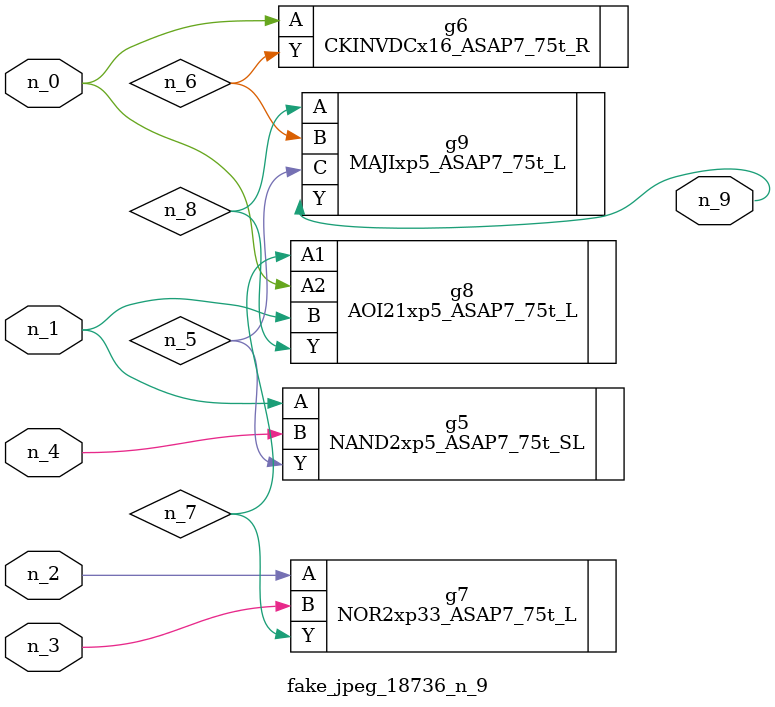
<source format=v>
module fake_jpeg_18736_n_9 (n_3, n_2, n_1, n_0, n_4, n_9);

input n_3;
input n_2;
input n_1;
input n_0;
input n_4;

output n_9;

wire n_8;
wire n_6;
wire n_5;
wire n_7;

NAND2xp5_ASAP7_75t_SL g5 ( 
.A(n_1),
.B(n_4),
.Y(n_5)
);

CKINVDCx16_ASAP7_75t_R g6 ( 
.A(n_0),
.Y(n_6)
);

NOR2xp33_ASAP7_75t_L g7 ( 
.A(n_2),
.B(n_3),
.Y(n_7)
);

AOI21xp5_ASAP7_75t_L g8 ( 
.A1(n_7),
.A2(n_0),
.B(n_1),
.Y(n_8)
);

MAJIxp5_ASAP7_75t_L g9 ( 
.A(n_8),
.B(n_6),
.C(n_5),
.Y(n_9)
);


endmodule
</source>
